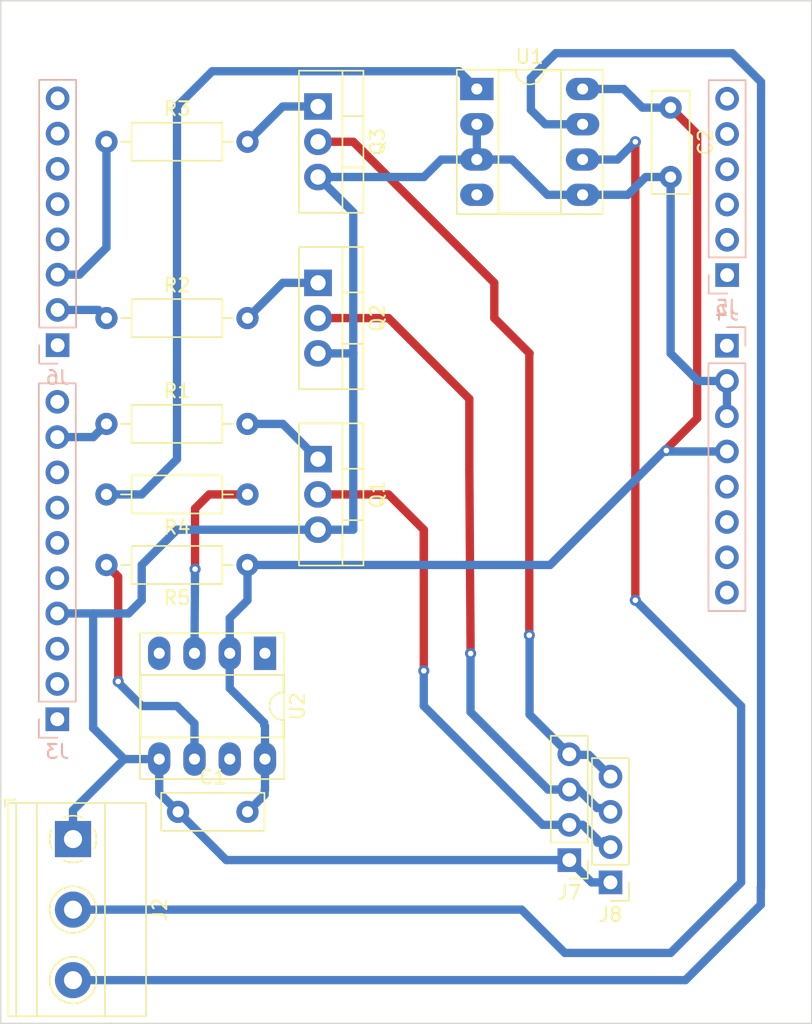
<source format=kicad_pcb>
(kicad_pcb (version 20221018) (generator pcbnew)
  (layers (0 "F.Cu" signal) (31 "B.Cu" signal) (34 "B.Paste" user) (35 "F.Paste" user) (36 "B.SilkS" user "B.Silkscreen") (37 "F.SilkS" user "F.Silkscreen") (38 "B.Mask" user) (39 "F.Mask" user) (44 "Edge.Cuts" user))
  (net 0 "")
  (net 1 "Net-(J4-Pin_4)")
  (net 3 "Net-(J2-Pin_3)")
  (net 4 "Net-(J2-Pin_1)")
  (net 5 "Net-(J2-Pin_2)")
  (net 6 "Net-(Q1-G)")
  (net 7 "Net-(Q2-G)")
  (net 8 "Net-(Q3-G)")
  (net 9 "Net-(U2-C)")
  (net 10 "Net-(U1-RO)")
  (net 21 "Net-(J3-Pin_9)")
  (net 39 "Net-(U2-VO)")
  (net 40 "Net-(J6-Pin_2)")
  (net 41 "Net-(J6-Pin_3)")
  (net 42 "Net-(J7-Pin_2)")
  (net 43 "Net-(J7-Pin_3)")
  (net 44 "Net-(J7-Pin_4)")
  (footprint "Package_TO_SOT_THT:TO-220-3_Vertical" (layer "F.Cu") (at 124.46 66.04 -90)
    (fp_text reference "Q1" (at 2.54 -4.27 90) (layer "F.SilkS"))
    (fp_text value "IRLZ44N")
    (fp_line (start -2.58 -3.27) (end -2.58 1.371) (stroke (width 0.12)) (layer "F.SilkS"))
    (fp_line (start -2.58 -3.27) (end 7.66 -3.27) (stroke (width 0.12)) (layer "F.SilkS"))
    (fp_line (start -2.58 -1.76) (end 7.66 -1.76) (stroke (width 0.12)) (layer "F.SilkS"))
    (fp_line (start -2.58 1.371) (end 7.66 1.371) (stroke (width 0.12)) (layer "F.SilkS"))
    (fp_line (start 0.69 -3.27) (end 0.69 -1.76) (stroke (width 0.12)) (layer "F.SilkS"))
    (fp_line (start 4.391 -3.27) (end 4.391 -1.76) (stroke (width 0.12)) (layer "F.SilkS"))
    (fp_line (start 7.66 -3.27) (end 7.66 1.371) (stroke (width 0.12)) (layer "F.SilkS"))
    (pad "1" thru_hole rect (at 0 0 270) (size 1.905 2) (drill 1.1) (layers "*.Cu" "*.Mask") (net 6 "Net-(Q1-G)"))
    (pad "2" thru_hole oval (at 2.54 0 270) (size 1.905 2) (drill 1.1) (layers "*.Cu" "*.Mask") (net 42 "Net-(J7-Pin_2)"))
    (pad "3" thru_hole oval (at 5.08 0 270) (size 1.905 2) (drill 1.1) (layers "*.Cu" "*.Mask") (net 4 "Net-(J2-Pin_1)"))
  )
  (footprint "Resistor_THT:R_Axial_DIN0207_L6.3mm_D2.5mm_P10.16mm_Horizontal" (layer "F.Cu") (at 119.38 73.66 180)
    (fp_text reference "R5" (at 5.08 -2.37) (layer "F.SilkS"))
    (fp_text value "4.7k")
    (fp_line (start 1.04 0) (end 1.81 0) (stroke (width 0.12)) (layer "F.SilkS"))
    (fp_line (start 1.81 -1.37) (end 1.81 1.37) (stroke (width 0.12)) (layer "F.SilkS"))
    (fp_line (start 1.81 1.37) (end 8.35 1.37) (stroke (width 0.12)) (layer "F.SilkS"))
    (fp_line (start 8.35 -1.37) (end 1.81 -1.37) (stroke (width 0.12)) (layer "F.SilkS"))
    (fp_line (start 8.35 1.37) (end 8.35 -1.37) (stroke (width 0.12)) (layer "F.SilkS"))
    (fp_line (start 9.12 0) (end 8.35 0) (stroke (width 0.12)) (layer "F.SilkS"))
    (pad "1" thru_hole circle (at 0 0 180) (size 1.6 1.6) (drill 0.8) (layers "*.Cu" "*.Mask") (net 1 "Net-(J4-Pin_4)"))
    (pad "2" thru_hole oval (at 10.16 0 180) (size 1.6 1.6) (drill 0.8) (layers "*.Cu" "*.Mask") (net 39 "Net-(U2-VO)"))
  )
  (footprint "Package_TO_SOT_THT:TO-220-3_Vertical" (layer "F.Cu") (at 124.46 53.34 -90)
    (fp_text reference "Q2" (at 2.54 -4.27 90) (layer "F.SilkS"))
    (fp_text value "IRLZ44N" hide)
    (fp_line (start -2.58 -3.27) (end -2.58 1.371) (stroke (width 0.12)) (layer "F.SilkS"))
    (fp_line (start -2.58 -3.27) (end 7.66 -3.27) (stroke (width 0.12)) (layer "F.SilkS"))
    (fp_line (start -2.58 -1.76) (end 7.66 -1.76) (stroke (width 0.12)) (layer "F.SilkS"))
    (fp_line (start -2.58 1.371) (end 7.66 1.371) (stroke (width 0.12)) (layer "F.SilkS"))
    (fp_line (start 0.69 -3.27) (end 0.69 -1.76) (stroke (width 0.12)) (layer "F.SilkS"))
    (fp_line (start 4.391 -3.27) (end 4.391 -1.76) (stroke (width 0.12)) (layer "F.SilkS"))
    (fp_line (start 7.66 -3.27) (end 7.66 1.371) (stroke (width 0.12)) (layer "F.SilkS"))
    (pad "1" thru_hole rect (at 0 0 270) (size 1.905 2) (drill 1.1) (layers "*.Cu" "*.Mask") (net 7 "Net-(Q2-G)"))
    (pad "2" thru_hole oval (at 2.54 0 270) (size 1.905 2) (drill 1.1) (layers "*.Cu" "*.Mask") (net 43 "Net-(J7-Pin_3)"))
    (pad "3" thru_hole oval (at 5.08 0 270) (size 1.905 2) (drill 1.1) (layers "*.Cu" "*.Mask") (net 4 "Net-(J2-Pin_1)"))
  )
  (footprint "Package_TO_SOT_THT:TO-220-3_Vertical" (layer "F.Cu") (at 124.46 40.64 -90)
    (fp_text reference "Q3" (at 2.54 -4.27 90) (layer "F.SilkS"))
    (fp_text value "IRLZ44N")
    (fp_line (start -2.58 -3.27) (end -2.58 1.371) (stroke (width 0.12)) (layer "F.SilkS"))
    (fp_line (start -2.58 -3.27) (end 7.66 -3.27) (stroke (width 0.12)) (layer "F.SilkS"))
    (fp_line (start -2.58 -1.76) (end 7.66 -1.76) (stroke (width 0.12)) (layer "F.SilkS"))
    (fp_line (start -2.58 1.371) (end 7.66 1.371) (stroke (width 0.12)) (layer "F.SilkS"))
    (fp_line (start 0.69 -3.27) (end 0.69 -1.76) (stroke (width 0.12)) (layer "F.SilkS"))
    (fp_line (start 4.391 -3.27) (end 4.391 -1.76) (stroke (width 0.12)) (layer "F.SilkS"))
    (fp_line (start 7.66 -3.27) (end 7.66 1.371) (stroke (width 0.12)) (layer "F.SilkS"))
    (pad "1" thru_hole rect (at 0 0 270) (size 1.905 2) (drill 1.1) (layers "*.Cu" "*.Mask") (net 8 "Net-(Q3-G)"))
    (pad "2" thru_hole oval (at 2.54 0 270) (size 1.905 2) (drill 1.1) (layers "*.Cu" "*.Mask") (net 44 "Net-(J7-Pin_4)"))
    (pad "3" thru_hole oval (at 5.08 0 270) (size 1.905 2) (drill 1.1) (layers "*.Cu" "*.Mask") (net 4 "Net-(J2-Pin_1)"))
  )
  (footprint "Resistor_THT:R_Axial_DIN0207_L6.3mm_D2.5mm_P10.16mm_Horizontal" (layer "F.Cu") (at 109.22 55.88)
    (fp_text reference "R2" (at 5.08 -2.37) (layer "F.SilkS"))
    (fp_text value "1k")
    (fp_line (start 1.04 0) (end 1.81 0) (stroke (width 0.12)) (layer "F.SilkS"))
    (fp_line (start 1.81 -1.37) (end 1.81 1.37) (stroke (width 0.12)) (layer "F.SilkS"))
    (fp_line (start 1.81 1.37) (end 8.35 1.37) (stroke (width 0.12)) (layer "F.SilkS"))
    (fp_line (start 8.35 -1.37) (end 1.81 -1.37) (stroke (width 0.12)) (layer "F.SilkS"))
    (fp_line (start 8.35 1.37) (end 8.35 -1.37) (stroke (width 0.12)) (layer "F.SilkS"))
    (fp_line (start 9.12 0) (end 8.35 0) (stroke (width 0.12)) (layer "F.SilkS"))
    (pad "1" thru_hole circle (at 0 0) (size 1.6 1.6) (drill 0.8) (layers "*.Cu" "*.Mask") (net 40 "Net-(J6-Pin_2)"))
    (pad "2" thru_hole oval (at 10.16 0) (size 1.6 1.6) (drill 0.8) (layers "*.Cu" "*.Mask") (net 7 "Net-(Q2-G)"))
  )
  (footprint "Package_DIP:DIP-8_W7.62mm_Socket_LongPads" (layer "F.Cu") (at 135.9 39.38)
    (fp_text reference "U1" (at 3.81 -2.33) (layer "F.SilkS"))
    (fp_text value "MAX481E")
    (fp_line (start -1.44 -1.39) (end -1.44 9.01) (stroke (width 0.12)) (layer "F.SilkS"))
    (fp_line (start -1.44 9.01) (end 9.06 9.01) (stroke (width 0.12)) (layer "F.SilkS"))
    (fp_line (start 1.56 -1.33) (end 1.56 8.95) (stroke (width 0.12)) (layer "F.SilkS"))
    (fp_line (start 1.56 8.95) (end 6.06 8.95) (stroke (width 0.12)) (layer "F.SilkS"))
    (fp_line (start 2.81 -1.33) (end 1.56 -1.33) (stroke (width 0.12)) (layer "F.SilkS"))
    (fp_line (start 6.06 -1.33) (end 4.81 -1.33) (stroke (width 0.12)) (layer "F.SilkS"))
    (fp_line (start 6.06 8.95) (end 6.06 -1.33) (stroke (width 0.12)) (layer "F.SilkS"))
    (fp_line (start 9.06 -1.39) (end -1.44 -1.39) (stroke (width 0.12)) (layer "F.SilkS"))
    (fp_line (start 9.06 9.01) (end 9.06 -1.39) (stroke (width 0.12)) (layer "F.SilkS"))
    (fp_arc (start 4.81 -1.33) (mid 3.81 -0.33) (end 2.81 -1.33) (stroke (width 0.12)) (layer "F.SilkS"))
    (pad "1" thru_hole rect (at 0 0) (size 2.4 1.6) (drill 0.8) (layers "*.Cu" "*.Mask") (net 10 "Net-(U1-RO)"))
    (pad "2" thru_hole oval (at 0 2.54) (size 2.4 1.6) (drill 0.8) (layers "*.Cu" "*.Mask") (net 4 "Net-(J2-Pin_1)"))
    (pad "3" thru_hole oval (at 0 5.08) (size 2.4 1.6) (drill 0.8) (layers "*.Cu" "*.Mask") (net 4 "Net-(J2-Pin_1)"))
    (pad "4" thru_hole oval (at 0 7.62) (size 2.4 1.6) (drill 0.8) (layers "*.Cu" "*.Mask"))
    (pad "5" thru_hole oval (at 7.62 7.62) (size 2.4 1.6) (drill 0.8) (layers "*.Cu" "*.Mask") (net 4 "Net-(J2-Pin_1)"))
    (pad "6" thru_hole oval (at 7.62 5.08) (size 2.4 1.6) (drill 0.8) (layers "*.Cu" "*.Mask") (net 5 "Net-(J2-Pin_2)"))
    (pad "7" thru_hole oval (at 7.62 2.54) (size 2.4 1.6) (drill 0.8) (layers "*.Cu" "*.Mask") (net 3 "Net-(J2-Pin_3)"))
    (pad "8" thru_hole oval (at 7.62 0) (size 2.4 1.6) (drill 0.8) (layers "*.Cu" "*.Mask") (net 1 "Net-(J4-Pin_4)"))
  )
  (footprint "Resistor_THT:R_Axial_DIN0207_L6.3mm_D2.5mm_P10.16mm_Horizontal" (layer "F.Cu") (at 109.22 43.18)
    (fp_text reference "R3" (at 5.08 -2.37) (layer "F.SilkS"))
    (fp_text value "1k")
    (fp_line (start 1.04 0) (end 1.81 0) (stroke (width 0.12)) (layer "F.SilkS"))
    (fp_line (start 1.81 -1.37) (end 1.81 1.37) (stroke (width 0.12)) (layer "F.SilkS"))
    (fp_line (start 1.81 1.37) (end 8.35 1.37) (stroke (width 0.12)) (layer "F.SilkS"))
    (fp_line (start 8.35 -1.37) (end 1.81 -1.37) (stroke (width 0.12)) (layer "F.SilkS"))
    (fp_line (start 8.35 1.37) (end 8.35 -1.37) (stroke (width 0.12)) (layer "F.SilkS"))
    (fp_line (start 9.12 0) (end 8.35 0) (stroke (width 0.12)) (layer "F.SilkS"))
    (pad "1" thru_hole circle (at 0 0) (size 1.6 1.6) (drill 0.8) (layers "*.Cu" "*.Mask") (net 41 "Net-(J6-Pin_3)"))
    (pad "2" thru_hole oval (at 10.16 0) (size 1.6 1.6) (drill 0.8) (layers "*.Cu" "*.Mask") (net 8 "Net-(Q3-G)"))
  )
  (footprint "Capacitor_THT:C_Rect_L7.2mm_W2.5mm_P5.00mm_FKS2_FKP2_MKS2_MKP2" (layer "F.Cu") (at 149.86 40.72 -90)
    (fp_text reference "C2" (at 2.5 -2.5 90) (layer "F.SilkS"))
    (fp_text value "100n")
    (fp_line (start -1.22 -1.37) (end -1.22 1.37) (stroke (width 0.12)) (layer "F.SilkS"))
    (fp_line (start -1.22 -1.37) (end 6.22 -1.37) (stroke (width 0.12)) (layer "F.SilkS"))
    (fp_line (start -1.22 1.37) (end 6.22 1.37) (stroke (width 0.12)) (layer "F.SilkS"))
    (fp_line (start 6.22 -1.37) (end 6.22 1.37) (stroke (width 0.12)) (layer "F.SilkS"))
    (pad "1" thru_hole circle (at 0 0 270) (size 1.6 1.6) (drill 0.8) (layers "*.Cu" "*.Mask") (net 1 "Net-(J4-Pin_4)"))
    (pad "2" thru_hole circle (at 5 0 270) (size 1.6 1.6) (drill 0.8) (layers "*.Cu" "*.Mask") (net 4 "Net-(J2-Pin_1)"))
  )
  (footprint "Resistor_THT:R_Axial_DIN0207_L6.3mm_D2.5mm_P10.16mm_Horizontal" (layer "F.Cu") (at 109.22 63.5)
    (fp_text reference "R1" (at 5.08 -2.37) (layer "F.SilkS"))
    (fp_text value "1k")
    (fp_line (start 1.04 0) (end 1.81 0) (stroke (width 0.12)) (layer "F.SilkS"))
    (fp_line (start 1.81 -1.37) (end 1.81 1.37) (stroke (width 0.12)) (layer "F.SilkS"))
    (fp_line (start 1.81 1.37) (end 8.35 1.37) (stroke (width 0.12)) (layer "F.SilkS"))
    (fp_line (start 8.35 -1.37) (end 1.81 -1.37) (stroke (width 0.12)) (layer "F.SilkS"))
    (fp_line (start 8.35 1.37) (end 8.35 -1.37) (stroke (width 0.12)) (layer "F.SilkS"))
    (fp_line (start 9.12 0) (end 8.35 0) (stroke (width 0.12)) (layer "F.SilkS"))
    (pad "1" thru_hole circle (at 0 0) (size 1.6 1.6) (drill 0.8) (layers "*.Cu" "*.Mask") (net 21 "Net-(J3-Pin_9)"))
    (pad "2" thru_hole oval (at 10.16 0) (size 1.6 1.6) (drill 0.8) (layers "*.Cu" "*.Mask") (net 6 "Net-(Q1-G)"))
  )
  (footprint "Connector_PinHeader_2.54mm:PinHeader_1x04_P2.54mm_Vertical" (layer "F.Cu") (at 145.528136 96.52 180)
    (fp_text reference "J8" (at 0 -2.33 180) (layer "F.SilkS"))
    (fp_text value "Conn_01x04" hide)
    (fp_line (start -1.33 -1.33) (end 0 -1.33) (stroke (width 0.12)) (layer "F.SilkS"))
    (fp_line (start -1.33 0) (end -1.33 -1.33) (stroke (width 0.12)) (layer "F.SilkS"))
    (fp_line (start -1.33 1.27) (end -1.33 8.95) (stroke (width 0.12)) (layer "F.SilkS"))
    (fp_line (start -1.33 1.27) (end 1.33 1.27) (stroke (width 0.12)) (layer "F.SilkS"))
    (fp_line (start -1.33 8.95) (end 1.33 8.95) (stroke (width 0.12)) (layer "F.SilkS"))
    (fp_line (start 1.33 1.27) (end 1.33 8.95) (stroke (width 0.12)) (layer "F.SilkS"))
    (pad "1" thru_hole rect (at 0 0 180) (size 1.7 1.7) (drill 1) (layers "*.Cu" "*.Mask") (net 4 "Net-(J2-Pin_1)"))
    (pad "2" thru_hole oval (at 0 2.54 180) (size 1.7 1.7) (drill 1) (layers "*.Cu" "*.Mask") (net 42 "Net-(J7-Pin_2)"))
    (pad "3" thru_hole oval (at 0 5.08 180) (size 1.7 1.7) (drill 1) (layers "*.Cu" "*.Mask") (net 43 "Net-(J7-Pin_3)"))
    (pad "4" thru_hole oval (at 0 7.62 180) (size 1.7 1.7) (drill 1) (layers "*.Cu" "*.Mask") (net 44 "Net-(J7-Pin_4)"))
  )
  (footprint "Connector_PinHeader_2.54mm:PinHeader_1x04_P2.54mm_Vertical" (layer "F.Cu") (at 142.563448 94.914128 180)
    (fp_text reference "J7" (at 0 -2.33 180) (layer "F.SilkS"))
    (fp_text value "Conn_01x04" hide)
    (fp_line (start -1.33 -1.33) (end 0 -1.33) (stroke (width 0.12)) (layer "F.SilkS"))
    (fp_line (start -1.33 0) (end -1.33 -1.33) (stroke (width 0.12)) (layer "F.SilkS"))
    (fp_line (start -1.33 1.27) (end -1.33 8.95) (stroke (width 0.12)) (layer "F.SilkS"))
    (fp_line (start -1.33 1.27) (end 1.33 1.27) (stroke (width 0.12)) (layer "F.SilkS"))
    (fp_line (start -1.33 8.95) (end 1.33 8.95) (stroke (width 0.12)) (layer "F.SilkS"))
    (fp_line (start 1.33 1.27) (end 1.33 8.95) (stroke (width 0.12)) (layer "F.SilkS"))
    (pad "1" thru_hole rect (at 0 0 180) (size 1.7 1.7) (drill 1) (layers "*.Cu" "*.Mask") (net 4 "Net-(J2-Pin_1)"))
    (pad "2" thru_hole oval (at 0 2.54 180) (size 1.7 1.7) (drill 1) (layers "*.Cu" "*.Mask") (net 42 "Net-(J7-Pin_2)"))
    (pad "3" thru_hole oval (at 0 5.08 180) (size 1.7 1.7) (drill 1) (layers "*.Cu" "*.Mask") (net 43 "Net-(J7-Pin_3)"))
    (pad "4" thru_hole oval (at 0 7.62 180) (size 1.7 1.7) (drill 1) (layers "*.Cu" "*.Mask") (net 44 "Net-(J7-Pin_4)"))
  )
  (footprint "Capacitor_THT:C_Rect_L7.2mm_W2.5mm_P5.00mm_FKS2_FKP2_MKS2_MKP2" (layer "F.Cu") (at 114.38 91.44)
    (fp_text reference "C1" (at 2.5 -2.5) (layer "F.SilkS"))
    (fp_text value "100n")
    (fp_line (start -1.22 -1.37) (end -1.22 1.37) (stroke (width 0.12)) (layer "F.SilkS"))
    (fp_line (start -1.22 -1.37) (end 6.22 -1.37) (stroke (width 0.12)) (layer "F.SilkS"))
    (fp_line (start -1.22 1.37) (end 6.22 1.37) (stroke (width 0.12)) (layer "F.SilkS"))
    (fp_line (start 6.22 -1.37) (end 6.22 1.37) (stroke (width 0.12)) (layer "F.SilkS"))
    (pad "1" thru_hole circle (at 0 0) (size 1.6 1.6) (drill 0.8) (layers "*.Cu" "*.Mask") (net 4 "Net-(J2-Pin_1)"))
    (pad "2" thru_hole circle (at 5 0) (size 1.6 1.6) (drill 0.8) (layers "*.Cu" "*.Mask") (net 1 "Net-(J4-Pin_4)"))
  )
  (footprint "Package_DIP:DIP-8_W7.62mm_Socket_LongPads" (layer "F.Cu") (at 120.64 80.02 -90)
    (fp_text reference "U2" (at 3.81 -2.33 90) (layer "F.SilkS"))
    (fp_text value "6N137")
    (fp_line (start -1.44 -1.39) (end -1.44 9.01) (stroke (width 0.12)) (layer "F.SilkS"))
    (fp_line (start -1.44 9.01) (end 9.06 9.01) (stroke (width 0.12)) (layer "F.SilkS"))
    (fp_line (start 1.56 -1.33) (end 1.56 8.95) (stroke (width 0.12)) (layer "F.SilkS"))
    (fp_line (start 1.56 8.95) (end 6.06 8.95) (stroke (width 0.12)) (layer "F.SilkS"))
    (fp_line (start 2.81 -1.33) (end 1.56 -1.33) (stroke (width 0.12)) (layer "F.SilkS"))
    (fp_line (start 6.06 -1.33) (end 4.81 -1.33) (stroke (width 0.12)) (layer "F.SilkS"))
    (fp_line (start 6.06 8.95) (end 6.06 -1.33) (stroke (width 0.12)) (layer "F.SilkS"))
    (fp_line (start 9.06 -1.39) (end -1.44 -1.39) (stroke (width 0.12)) (layer "F.SilkS"))
    (fp_line (start 9.06 9.01) (end 9.06 -1.39) (stroke (width 0.12)) (layer "F.SilkS"))
    (fp_arc (start 4.81 -1.33) (mid 3.81 -0.33) (end 2.81 -1.33) (stroke (width 0.12)) (layer "F.SilkS"))
    (pad "1" thru_hole rect (at 0 0 270) (size 2.4 1.6) (drill 0.8) (layers "*.Cu" "*.Mask"))
    (pad "2" thru_hole oval (at 0 2.54 270) (size 2.4 1.6) (drill 0.8) (layers "*.Cu" "*.Mask") (net 1 "Net-(J4-Pin_4)"))
    (pad "3" thru_hole oval (at 0 5.08 270) (size 2.4 1.6) (drill 0.8) (layers "*.Cu" "*.Mask") (net 9 "Net-(U2-C)"))
    (pad "4" thru_hole oval (at 0 7.62 270) (size 2.4 1.6) (drill 0.8) (layers "*.Cu" "*.Mask"))
    (pad "5" thru_hole oval (at 7.62 7.62 270) (size 2.4 1.6) (drill 0.8) (layers "*.Cu" "*.Mask") (net 4 "Net-(J2-Pin_1)"))
    (pad "6" thru_hole oval (at 7.62 5.08 270) (size 2.4 1.6) (drill 0.8) (layers "*.Cu" "*.Mask") (net 39 "Net-(U2-VO)"))
    (pad "7" thru_hole oval (at 7.62 2.54 270) (size 2.4 1.6) (drill 0.8) (layers "*.Cu" "*.Mask"))
    (pad "8" thru_hole oval (at 7.62 0 270) (size 2.4 1.6) (drill 0.8) (layers "*.Cu" "*.Mask") (net 1 "Net-(J4-Pin_4)"))
  )
  (footprint "TerminalBlock_Phoenix:TerminalBlock_Phoenix_MKDS-1,5-3-5.08_1x03_P5.08mm_Horizontal" (layer "F.Cu") (at 106.810143 93.400784 -90)
    (fp_text reference "J2" (at 5.08 -6.26 90) (layer "F.SilkS"))
    (fp_text value "Screw_Terminal_01x03" hide)
    (fp_line (start -2.84 4.16) (end -2.84 4.9) (stroke (width 0.12)) (layer "F.SilkS"))
    (fp_line (start -2.84 4.9) (end -2.34 4.9) (stroke (width 0.12)) (layer "F.SilkS"))
    (fp_line (start -2.6 -5.261) (end -2.6 4.66) (stroke (width 0.12)) (layer "F.SilkS"))
    (fp_line (start -2.6 -5.261) (end 12.76 -5.261) (stroke (width 0.12)) (layer "F.SilkS"))
    (fp_line (start -2.6 -2.301) (end 12.76 -2.301) (stroke (width 0.12)) (layer "F.SilkS"))
    (fp_line (start -2.6 2.6) (end 12.76 2.6) (stroke (width 0.12)) (layer "F.SilkS"))
    (fp_line (start -2.6 4.1) (end 12.76 4.1) (stroke (width 0.12)) (layer "F.SilkS"))
    (fp_line (start -2.6 4.66) (end 12.76 4.66) (stroke (width 0.12)) (layer "F.SilkS"))
    (fp_line (start 3.853 1.023) (end 3.806 1.069) (stroke (width 0.12)) (layer "F.SilkS"))
    (fp_line (start 4.046 1.239) (end 4.011 1.274) (stroke (width 0.12)) (layer "F.SilkS"))
    (fp_line (start 6.15 -1.275) (end 6.115 -1.239) (stroke (width 0.12)) (layer "F.SilkS"))
    (fp_line (start 6.355 -1.069) (end 6.308 -1.023) (stroke (width 0.12)) (layer "F.SilkS"))
    (fp_line (start 8.933 1.023) (end 8.886 1.069) (stroke (width 0.12)) (layer "F.SilkS"))
    (fp_line (start 9.126 1.239) (end 9.091 1.274) (stroke (width 0.12)) (layer "F.SilkS"))
    (fp_line (start 11.23 -1.275) (end 11.195 -1.239) (stroke (width 0.12)) (layer "F.SilkS"))
    (fp_line (start 11.435 -1.069) (end 11.388 -1.023) (stroke (width 0.12)) (layer "F.SilkS"))
    (fp_line (start 12.76 -5.261) (end 12.76 4.66) (stroke (width 0.12)) (layer "F.SilkS"))
    (fp_arc (start -1.535427 0.683042) (mid -1.680501 -0.000524) (end -1.535 -0.684) (stroke (width 0.12)) (layer "F.SilkS"))
    (fp_arc (start -0.683042 -1.535427) (mid 0.000524 -1.680501) (end 0.684 -1.535) (stroke (width 0.12)) (layer "F.SilkS"))
    (fp_arc (start 0.028805 1.680253) (mid -0.335551 1.646659) (end -0.684 1.535) (stroke (width 0.12)) (layer "F.SilkS"))
    (fp_arc (start 0.683318 1.534756) (mid 0.349292 1.643288) (end 0 1.68) (stroke (width 0.12)) (layer "F.SilkS"))
    (fp_arc (start 1.535427 -0.683042) (mid 1.680501 0.000524) (end 1.535 0.684) (stroke (width 0.12)) (layer "F.SilkS"))
    (fp_circle (center 5.08 0) (end 6.76 0) (stroke (width 0.12)) (fill none) (layer "F.SilkS"))
    (fp_circle (center 10.16 0) (end 11.84 0) (stroke (width 0.12)) (fill none) (layer "F.SilkS"))
    (pad "1" thru_hole rect (at 0 0 270) (size 2.6 2.6) (drill 1.3) (layers "*.Cu" "*.Mask") (net 4 "Net-(J2-Pin_1)"))
    (pad "2" thru_hole circle (at 5.08 0 270) (size 2.6 2.6) (drill 1.3) (layers "*.Cu" "*.Mask") (net 5 "Net-(J2-Pin_2)"))
    (pad "3" thru_hole circle (at 10.16 0 270) (size 2.6 2.6) (drill 1.3) (layers "*.Cu" "*.Mask") (net 3 "Net-(J2-Pin_3)"))
  )
  (footprint "Resistor_THT:R_Axial_DIN0207_L6.3mm_D2.5mm_P10.16mm_Horizontal" (layer "F.Cu") (at 119.38 68.58 180)
    (fp_text reference "R4" (at 5.08 -2.37) (layer "F.SilkS"))
    (fp_text value "470")
    (fp_line (start 1.04 0) (end 1.81 0) (stroke (width 0.12)) (layer "F.SilkS"))
    (fp_line (start 1.81 -1.37) (end 1.81 1.37) (stroke (width 0.12)) (layer "F.SilkS"))
    (fp_line (start 1.81 1.37) (end 8.35 1.37) (stroke (width 0.12)) (layer "F.SilkS"))
    (fp_line (start 8.35 -1.37) (end 1.81 -1.37) (stroke (width 0.12)) (layer "F.SilkS"))
    (fp_line (start 8.35 1.37) (end 8.35 -1.37) (stroke (width 0.12)) (layer "F.SilkS"))
    (fp_line (start 9.12 0) (end 8.35 0) (stroke (width 0.12)) (layer "F.SilkS"))
    (pad "1" thru_hole circle (at 0 0 180) (size 1.6 1.6) (drill 0.8) (layers "*.Cu" "*.Mask") (net 9 "Net-(U2-C)"))
    (pad "2" thru_hole oval (at 10.16 0 180) (size 1.6 1.6) (drill 0.8) (layers "*.Cu" "*.Mask") (net 10 "Net-(U1-RO)"))
  )
  (footprint "Connector_PinHeader_2.54mm:PinHeader_1x08_P2.54mm_Vertical" (layer "B.Cu") (at 153.917062 57.865575 180)
    (fp_text reference "J4" (at 0 2.33) (layer "B.SilkS") (effects (justify mirror)))
    (fp_text value "Conn_01x08_Pin" hide)
    (fp_line (start -1.33 -19.11) (end 1.33 -19.11) (stroke (width 0.12)) (layer "B.SilkS"))
    (fp_line (start -1.33 -1.27) (end -1.33 -19.11) (stroke (width 0.12)) (layer "B.SilkS"))
    (fp_line (start -1.33 -1.27) (end 1.33 -1.27) (stroke (width 0.12)) (layer "B.SilkS"))
    (fp_line (start -1.33 0) (end -1.33 1.33) (stroke (width 0.12)) (layer "B.SilkS"))
    (fp_line (start -1.33 1.33) (end 0 1.33) (stroke (width 0.12)) (layer "B.SilkS"))
    (fp_line (start 1.33 -1.27) (end 1.33 -19.11) (stroke (width 0.12)) (layer "B.SilkS"))
    (pad "1" thru_hole rect (at 0 0 180) (size 1.7 1.7) (drill 1) (layers "*.Cu" "*.Mask"))
    (pad "2" thru_hole oval (at 0 -2.54 180) (size 1.7 1.7) (drill 1) (layers "*.Cu" "*.Mask") (net 4 "Net-(J2-Pin_1)"))
    (pad "3" thru_hole oval (at 0 -5.08 180) (size 1.7 1.7) (drill 1) (layers "*.Cu" "*.Mask") (net 4 "Net-(J2-Pin_1)"))
    (pad "4" thru_hole oval (at 0 -7.62 180) (size 1.7 1.7) (drill 1) (layers "*.Cu" "*.Mask") (net 1 "Net-(J4-Pin_4)"))
    (pad "5" thru_hole oval (at 0 -10.16 180) (size 1.7 1.7) (drill 1) (layers "*.Cu" "*.Mask"))
    (pad "6" thru_hole oval (at 0 -12.7 180) (size 1.7 1.7) (drill 1) (layers "*.Cu" "*.Mask"))
    (pad "7" thru_hole oval (at 0 -15.24 180) (size 1.7 1.7) (drill 1) (layers "*.Cu" "*.Mask"))
    (pad "8" thru_hole oval (at 0 -17.78 180) (size 1.7 1.7) (drill 1) (layers "*.Cu" "*.Mask"))
  )
  (footprint "Connector_PinHeader_2.54mm:PinHeader_1x06_P2.54mm_Vertical" (layer "B.Cu") (at 153.932471 52.780058)
    (fp_text reference "J5" (at 0 2.33) (layer "B.SilkS") (effects (justify mirror)))
    (fp_text value "Conn_01x06_Pin" hide)
    (fp_line (start -1.33 -14.03) (end 1.33 -14.03) (stroke (width 0.12)) (layer "B.SilkS"))
    (fp_line (start -1.33 -1.27) (end -1.33 -14.03) (stroke (width 0.12)) (layer "B.SilkS"))
    (fp_line (start -1.33 -1.27) (end 1.33 -1.27) (stroke (width 0.12)) (layer "B.SilkS"))
    (fp_line (start -1.33 0) (end -1.33 1.33) (stroke (width 0.12)) (layer "B.SilkS"))
    (fp_line (start -1.33 1.33) (end 0 1.33) (stroke (width 0.12)) (layer "B.SilkS"))
    (fp_line (start 1.33 -1.27) (end 1.33 -14.03) (stroke (width 0.12)) (layer "B.SilkS"))
    (pad "1" thru_hole rect (at 0 0) (size 1.7 1.7) (drill 1) (layers "*.Cu" "*.Mask"))
    (pad "2" thru_hole oval (at 0 -2.54) (size 1.7 1.7) (drill 1) (layers "*.Cu" "*.Mask"))
    (pad "3" thru_hole oval (at 0 -5.08) (size 1.7 1.7) (drill 1) (layers "*.Cu" "*.Mask"))
    (pad "4" thru_hole oval (at 0 -7.62) (size 1.7 1.7) (drill 1) (layers "*.Cu" "*.Mask"))
    (pad "5" thru_hole oval (at 0 -10.16) (size 1.7 1.7) (drill 1) (layers "*.Cu" "*.Mask"))
    (pad "6" thru_hole oval (at 0 -12.7) (size 1.7 1.7) (drill 1) (layers "*.Cu" "*.Mask"))
  )
  (footprint "Connector_PinHeader_2.54mm:PinHeader_1x10_P2.54mm_Vertical" (layer "B.Cu") (at 105.678545 84.77009)
    (fp_text reference "J3" (at 0 2.33) (layer "B.SilkS") (effects (justify mirror)))
    (fp_text value "Conn_01x10_Pin" hide)
    (fp_line (start -1.33 -24.19) (end 1.33 -24.19) (stroke (width 0.12)) (layer "B.SilkS"))
    (fp_line (start -1.33 -1.27) (end -1.33 -24.19) (stroke (width 0.12)) (layer "B.SilkS"))
    (fp_line (start -1.33 -1.27) (end 1.33 -1.27) (stroke (width 0.12)) (layer "B.SilkS"))
    (fp_line (start -1.33 0) (end -1.33 1.33) (stroke (width 0.12)) (layer "B.SilkS"))
    (fp_line (start -1.33 1.33) (end 0 1.33) (stroke (width 0.12)) (layer "B.SilkS"))
    (fp_line (start 1.33 -1.27) (end 1.33 -24.19) (stroke (width 0.12)) (layer "B.SilkS"))
    (pad "1" thru_hole rect (at 0 0) (size 1.7 1.7) (drill 1) (layers "*.Cu" "*.Mask"))
    (pad "2" thru_hole oval (at 0 -2.54) (size 1.7 1.7) (drill 1) (layers "*.Cu" "*.Mask"))
    (pad "3" thru_hole oval (at 0 -5.08) (size 1.7 1.7) (drill 1) (layers "*.Cu" "*.Mask"))
    (pad "4" thru_hole oval (at 0 -7.62) (size 1.7 1.7) (drill 1) (layers "*.Cu" "*.Mask") (net 4 "Net-(J2-Pin_1)"))
    (pad "5" thru_hole oval (at 0 -10.16) (size 1.7 1.7) (drill 1) (layers "*.Cu" "*.Mask"))
    (pad "6" thru_hole oval (at 0 -12.7) (size 1.7 1.7) (drill 1) (layers "*.Cu" "*.Mask"))
    (pad "7" thru_hole oval (at 0 -15.24) (size 1.7 1.7) (drill 1) (layers "*.Cu" "*.Mask"))
    (pad "8" thru_hole oval (at 0 -17.78) (size 1.7 1.7) (drill 1) (layers "*.Cu" "*.Mask"))
    (pad "9" thru_hole oval (at 0 -20.32) (size 1.7 1.7) (drill 1) (layers "*.Cu" "*.Mask") (net 21 "Net-(J3-Pin_9)"))
    (pad "10" thru_hole oval (at 0 -22.86) (size 1.7 1.7) (drill 1) (layers "*.Cu" "*.Mask"))
  )
  (footprint "Connector_PinHeader_2.54mm:PinHeader_1x08_P2.54mm_Vertical" (layer "B.Cu") (at 105.701942 57.830587)
    (fp_text reference "J6" (at 0 2.33) (layer "B.SilkS") (effects (justify mirror)))
    (fp_text value "Conn_01x08_Pin" hide)
    (fp_line (start -1.33 -19.11) (end 1.33 -19.11) (stroke (width 0.12)) (layer "B.SilkS"))
    (fp_line (start -1.33 -1.27) (end -1.33 -19.11) (stroke (width 0.12)) (layer "B.SilkS"))
    (fp_line (start -1.33 -1.27) (end 1.33 -1.27) (stroke (width 0.12)) (layer "B.SilkS"))
    (fp_line (start -1.33 0) (end -1.33 1.33) (stroke (width 0.12)) (layer "B.SilkS"))
    (fp_line (start -1.33 1.33) (end 0 1.33) (stroke (width 0.12)) (layer "B.SilkS"))
    (fp_line (start 1.33 -1.27) (end 1.33 -19.11) (stroke (width 0.12)) (layer "B.SilkS"))
    (pad "1" thru_hole rect (at 0 0) (size 1.7 1.7) (drill 1) (layers "*.Cu" "*.Mask"))
    (pad "2" thru_hole oval (at 0 -2.54) (size 1.7 1.7) (drill 1) (layers "*.Cu" "*.Mask") (net 40 "Net-(J6-Pin_2)"))
    (pad "3" thru_hole oval (at 0 -5.08) (size 1.7 1.7) (drill 1) (layers "*.Cu" "*.Mask") (net 41 "Net-(J6-Pin_3)"))
    (pad "4" thru_hole oval (at 0 -7.62) (size 1.7 1.7) (drill 1) (layers "*.Cu" "*.Mask"))
    (pad "5" thru_hole oval (at 0 -10.16) (size 1.7 1.7) (drill 1) (layers "*.Cu" "*.Mask"))
    (pad "6" thru_hole oval (at 0 -12.7) (size 1.7 1.7) (drill 1) (layers "*.Cu" "*.Mask"))
    (pad "7" thru_hole oval (at 0 -15.24) (size 1.7 1.7) (drill 1) (layers "*.Cu" "*.Mask"))
    (pad "8" thru_hole oval (at 0 -17.78) (size 1.7 1.7) (drill 1) (layers "*.Cu" "*.Mask"))
  )
  (gr_rect (start 101.6 33.02) (end 160.02 106.68) (stroke (width 0.1)) (fill none) (layer "Edge.Cuts"))
  (segment (start 151.774279 42.634279) (end 151.774279 63.099179) (width 0.6) (layer "F.Cu") (net 1))
  (segment (start 151.774279 42.634279) (end 149.86 40.72) (width 0.6) (layer "F.Cu") (net 1))
  (segment (start 151.774279 63.099179) (end 149.58206 65.291398) (width 0.6) (layer "F.Cu") (net 1))
  (via (at 149.551178 65.414927) (size 0.8) (drill 0.4) (layers "F.Cu" "B.Cu") (net 1))
  (segment (start 120.583938 85.023938) (end 120.583938 85.21829) (width 0.6) (layer "B.Cu") (net 1))
  (segment (start 149.621826 65.485575) (end 149.551178 65.414927) (width 0.6) (layer "B.Cu") (net 1))
  (segment (start 118.1 77.48) (end 118.1 80.02) (width 0.6) (layer "B.Cu") (net 1))
  (segment (start 146.48492 39.38) (end 143.52 39.38) (width 0.6) (layer "B.Cu") (net 1))
  (segment (start 120.583938 85.21829) (end 120.64 85.274352) (width 0.6) (layer "B.Cu") (net 1))
  (segment (start 120.64 85.274352) (end 120.64 87.64) (width 0.6) (layer "B.Cu") (net 1))
  (segment (start 149.48053 65.485575) (end 149.452605 65.485575) (width 0.6) (layer "B.Cu") (net 1))
  (segment (start 119.38 76.2) (end 118.1 77.48) (width 0.6) (layer "B.Cu") (net 1))
  (segment (start 118.1 80.02) (end 118.1 82.54) (width 0.6) (layer "B.Cu") (net 1))
  (segment (start 153.917062 65.485575) (end 149.621826 65.485575) (width 0.6) (layer "B.Cu") (net 1))
  (segment (start 147.82492 40.72) (end 146.48492 39.38) (width 0.6) (layer "B.Cu") (net 1))
  (segment (start 120.614821 89.881498) (end 120.64 89.856319) (width 0.6) (layer "B.Cu") (net 1))
  (segment (start 119.38 73.66) (end 119.38 76.2) (width 0.6) (layer "B.Cu") (net 1))
  (segment (start 119.38 73.66) (end 141.17801 73.66) (width 0.6) (layer "B.Cu") (net 1))
  (segment (start 141.17801 73.66) (end 149.40252 65.43549) (width 0.6) (layer "B.Cu") (net 1))
  (segment (start 119.38 91.44) (end 120.614821 90.205179) (width 0.6) (layer "B.Cu") (net 1))
  (segment (start 149.551178 65.414927) (end 149.48053 65.485575) (width 0.6) (layer "B.Cu") (net 1))
  (segment (start 149.86 40.72) (end 147.82492 40.72) (width 0.6) (layer "B.Cu") (net 1))
  (segment (start 118.1 82.54) (end 120.583938 85.023938) (width 0.6) (layer "B.Cu") (net 1))
  (segment (start 149.452605 65.485575) (end 149.40252 65.43549) (width 0.6) (layer "B.Cu") (net 1))
  (segment (start 120.614821 90.205179) (end 120.614821 89.881498) (width 0.6) (layer "B.Cu") (net 1))
  (segment (start 120.64 89.856319) (end 120.64 87.64) (width 0.6) (layer "B.Cu") (net 1))
  (segment (start 139.793112 38.593415) (end 139.793112 40.878696) (width 0.6) (layer "B.Cu") (net 3))
  (segment (start 156.358295 98.127574) (end 150.925085 103.560784) (width 0.6) (layer "B.Cu") (net 3))
  (segment (start 156.376835 96.892753) (end 156.376835 38.871356) (width 0.6) (layer "B.Cu") (net 3))
  (segment (start 156.358295 96.892753) (end 156.358295 98.127574) (width 0.6) (layer "B.Cu") (net 3))
  (segment (start 140.834416 41.92) (end 143.52 41.92) (width 0.6) (layer "B.Cu") (net 3))
  (segment (start 106.810143 103.560784) (end 150.925085 103.560784) (width 0.6) (layer "B.Cu") (net 3))
  (segment (start 156.376835 38.871356) (end 154.307729 36.80225) (width 0.6) (layer "B.Cu") (net 3))
  (segment (start 156.358295 96.892753) (end 156.376835 96.892753) (width 0.6) (layer "B.Cu") (net 3))
  (segment (start 141.584277 36.80225) (end 139.793112 38.593415) (width 0.6) (layer "B.Cu") (net 3))
  (segment (start 154.307729 36.80225) (end 141.584277 36.80225) (width 0.6) (layer "B.Cu") (net 3))
  (segment (start 139.793112 40.878696) (end 140.834416 41.92) (width 0.6) (layer "B.Cu") (net 3))
  (segment (start 110.5 87.64) (end 113.02 87.64) (width 0.6) (layer "B.Cu") (net 4))
  (segment (start 149.86 58.42) (end 149.86 45.72) (width 0.6) (layer "B.Cu") (net 4))
  (segment (start 111.76 73.66) (end 111.76 76.2) (width 0.6) (layer "B.Cu") (net 4))
  (segment (start 140.98 47) (end 143.52 47) (width 0.6) (layer "B.Cu") (net 4))
  (segment (start 135.9 44.46) (end 135.9 41.92) (width 0.6) (layer "B.Cu") (net 4))
  (segment (start 114.295 91.525) (end 114.38 91.44) (width 0.6) (layer "B.Cu") (net 4))
  (segment (start 127 58.42) (end 124.46 58.42) (width 0.6) (layer "B.Cu") (net 4))
  (segment (start 124.46 45.72) (end 132.08 45.72) (width 0.6) (layer "B.Cu") (net 4))
  (segment (start 145.528136 96.52) (end 144.16932 96.52) (width 0.6) (layer "B.Cu") (net 4))
  (segment (start 133.34 44.46) (end 135.9 44.46) (width 0.6) (layer "B.Cu") (net 4))
  (segment (start 113.02 90.08) (end 114.38 91.44) (width 0.6) (layer "B.Cu") (net 4))
  (segment (start 108.261954 77.15009) (end 105.678545 77.15009) (width 0.6) (layer "B.Cu") (net 4))
  (segment (start 148.061415 45.72) (end 146.781415 47) (width 0.6) (layer "B.Cu") (net 4))
  (segment (start 127 48.26) (end 127 58.42) (width 0.6) (layer "B.Cu") (net 4))
  (segment (start 138.44 44.46) (end 140.98 47) (width 0.6) (layer "B.Cu") (net 4))
  (segment (start 106.810143 93.400784) (end 106.810143 91.329857) (width 0.6) (layer "B.Cu") (net 4))
  (segment (start 132.08 45.72) (end 133.34 44.46) (width 0.6) (layer "B.Cu") (net 4))
  (segment (start 153.917062 60.405575) (end 151.845575 60.405575) (width 0.6) (layer "B.Cu") (net 4))
  (segment (start 146.781415 47) (end 143.52 47) (width 0.6) (layer "B.Cu") (net 4))
  (segment (start 124.46 71.12) (end 114.3 71.12) (width 0.6) (layer "B.Cu") (net 4))
  (segment (start 108.261954 77.15009) (end 108.261954 85.401954) (width 0.6) (layer "B.Cu") (net 4))
  (segment (start 111.76 76.2) (end 110.80991 77.15009) (width 0.6) (layer "B.Cu") (net 4))
  (segment (start 117.854128 94.914128) (end 114.38 91.44) (width 0.6) (layer "B.Cu") (net 4))
  (segment (start 153.917062 62.945575) (end 153.917062 60.405575) (width 0.6) (layer "B.Cu") (net 4))
  (segment (start 142.563448 94.914128) (end 117.854128 94.914128) (width 0.6) (layer "B.Cu") (net 4))
  (segment (start 110.80991 77.15009) (end 108.261954 77.15009) (width 0.6) (layer "B.Cu") (net 4))
  (segment (start 127 58.42) (end 127 71.12) (width 0.6) (layer "B.Cu") (net 4))
  (segment (start 124.46 45.72) (end 127 48.26) (width 0.6) (layer "B.Cu") (net 4))
  (segment (start 135.9 44.46) (end 138.44 44.46) (width 0.6) (layer "B.Cu") (net 4))
  (segment (start 108.261954 85.401954) (end 110.5 87.64) (width 0.6) (layer "B.Cu") (net 4))
  (segment (start 151.845575 60.405575) (end 149.86 58.42) (width 0.6) (layer "B.Cu") (net 4))
  (segment (start 106.810143 91.329857) (end 110.5 87.64) (width 0.6) (layer "B.Cu") (net 4))
  (segment (start 114.3 71.12) (end 111.76 73.66) (width 0.6) (layer "B.Cu") (net 4))
  (segment (start 144.16932 96.52) (end 142.563448 94.914128) (width 0.6) (layer "B.Cu") (net 4))
  (segment (start 149.86 45.72) (end 148.061415 45.72) (width 0.6) (layer "B.Cu") (net 4))
  (segment (start 127 71.12) (end 124.46 71.12) (width 0.6) (layer "B.Cu") (net 4))
  (segment (start 113.02 87.64) (end 113.02 90.08) (width 0.6) (layer "B.Cu") (net 4))
  (segment (start 142.563448 94.914128) (end 142.740846 94.914128) (width 0.6) (layer "B.Cu") (net 4))
  (segment (start 147.32 76.2) (end 147.32 43.18) (width 0.6) (layer "F.Cu") (net 5))
  (via (at 147.32 43.18) (size 0.8) (drill 0.4) (layers "F.Cu" "B.Cu") (net 5))
  (via (at 147.32 76.2) (size 0.8) (drill 0.4) (layers "F.Cu" "B.Cu") (net 5))
  (segment (start 154.94 96.52) (end 149.86 101.6) (width 0.6) (layer "B.Cu") (net 5))
  (segment (start 106.810143 98.480784) (end 139.120784 98.480784) (width 0.6) (layer "B.Cu") (net 5))
  (segment (start 149.86 101.6) (end 142.24 101.6) (width 0.6) (layer "B.Cu") (net 5))
  (segment (start 142.24 101.6) (end 139.120784 98.480784) (width 0.6) (layer "B.Cu") (net 5))
  (segment (start 154.94 83.82) (end 154.94 96.52) (width 0.6) (layer "B.Cu") (net 5))
  (segment (start 146.04 44.46) (end 147.32 43.18) (width 0.6) (layer "B.Cu") (net 5))
  (segment (start 147.32 76.2) (end 154.94 83.82) (width 0.6) (layer "B.Cu") (net 5))
  (segment (start 143.52 44.46) (end 146.04 44.46) (width 0.6) (layer "B.Cu") (net 5))
  (segment (start 121.92 63.5) (end 119.38 63.5) (width 0.6) (layer "B.Cu") (net 6))
  (segment (start 124.46 66.04) (end 121.92 63.5) (width 0.6) (layer "B.Cu") (net 6))
  (segment (start 119.38 55.88) (end 121.92 53.34) (width 0.6) (layer "B.Cu") (net 7))
  (segment (start 121.92 53.34) (end 124.46 53.34) (width 0.6) (layer "B.Cu") (net 7))
  (segment (start 121.92 40.64) (end 124.46 40.64) (width 0.6) (layer "B.Cu") (net 8))
  (segment (start 119.38 43.18) (end 121.92 40.64) (width 0.6) (layer "B.Cu") (net 8))
  (segment (start 115.602314 69.593615) (end 115.602314 73.958294) (width 0.6) (layer "F.Cu") (net 9))
  (segment (start 119.38 68.58) (end 116.615929 68.58) (width 0.6) (layer "F.Cu") (net 9))
  (segment (start 116.615929 68.58) (end 115.602314 69.593615) (width 0.6) (layer "F.Cu") (net 9))
  (via (at 115.602314 73.958294) (size 0.8) (drill 0.4) (layers "F.Cu" "B.Cu") (net 9))
  (segment (start 115.602314 73.958294) (end 115.56 73.936568) (width 0.6) (layer "B.Cu") (net 9))
  (segment (start 115.56 73.936568) (end 115.54055 73.917118) (width 0.6) (layer "B.Cu") (net 9))
  (segment (start 115.56 80.02) (end 115.602314 73.958294) (width 0.6) (layer "B.Cu") (net 9))
  (segment (start 111.76 68.58) (end 114.3 66.04) (width 0.6) (layer "B.Cu") (net 10))
  (segment (start 114.3 40.64) (end 116.84 38.1) (width 0.6) (layer "B.Cu") (net 10))
  (segment (start 114.3 66.04) (end 114.3 40.64) (width 0.6) (layer "B.Cu") (net 10))
  (segment (start 116.84 38.1) (end 134.62 38.1) (width 0.6) (layer "B.Cu") (net 10))
  (segment (start 134.62 38.1) (end 135.9 39.38) (width 0.6) (layer "B.Cu") (net 10))
  (segment (start 109.22 68.58) (end 111.76 68.58) (width 0.6) (layer "B.Cu") (net 10))
  (segment (start 108.26991 64.45009) (end 109.22 63.5) (width 0.6) (layer "B.Cu") (net 21))
  (segment (start 105.678545 64.45009) (end 108.26991 64.45009) (width 0.6) (layer "B.Cu") (net 21))
  (segment (start 109.989422 82.049422) (end 110.02 82.08) (width 0.6) (layer "F.Cu") (net 39))
  (segment (start 109.22 73.66) (end 110.064112 74.504112) (width 0.6) (layer "F.Cu") (net 39))
  (segment (start 110.064112 74.504112) (end 110.064112 82.049422) (width 0.6) (layer "F.Cu") (net 39))
  (segment (start 110.064112 82.049422) (end 109.989422 82.049422) (width 0.6) (layer "F.Cu") (net 39))
  (segment (start 110.064112 82.124112) (end 110.064112 82.049422) (width 0.6) (layer "F.Cu") (net 39))
  (via (at 110.064112 82.049422) (size 0.8) (drill 0.4) (layers "F.Cu" "B.Cu") (net 39))
  (segment (start 114.3 83.82) (end 115.56 85.08) (width 0.6) (layer "B.Cu") (net 39))
  (segment (start 115.56 85.08) (end 115.56 87.64) (width 0.6) (layer "B.Cu") (net 39))
  (segment (start 110.064112 82.124112) (end 111.76 83.82) (width 0.6) (layer "B.Cu") (net 39))
  (segment (start 111.76 83.82) (end 114.3 83.82) (width 0.6) (layer "B.Cu") (net 39))
  (segment (start 110.064112 82.049422) (end 110.064112 82.124112) (width 0.6) (layer "B.Cu") (net 39))
  (segment (start 105.701942 55.290587) (end 106.090587 55.290587) (width 0.6) (layer "F.Cu") (net 40))
  (segment (start 105.701942 55.290587) (end 108.630587 55.290587) (width 0.6) (layer "B.Cu") (net 40))
  (segment (start 108.630587 55.290587) (end 109.22 55.88) (width 0.6) (layer "B.Cu") (net 40))
  (segment (start 107.269413 52.750587) (end 109.22 50.8) (width 0.6) (layer "B.Cu") (net 41))
  (segment (start 109.22 50.8) (end 109.22 43.18) (width 0.6) (layer "B.Cu") (net 41))
  (segment (start 105.701942 52.750587) (end 107.269413 52.750587) (width 0.6) (layer "B.Cu") (net 41))
  (segment (start 124.46 68.58) (end 129.54 68.58) (width 0.6) (layer "F.Cu") (net 42))
  (segment (start 132.08 71.12) (end 132.08 73.66) (width 0.6) (layer "F.Cu") (net 42))
  (segment (start 132.08 71.12) (end 132.08 81.28) (width 0.6) (layer "F.Cu") (net 42))
  (segment (start 129.54 68.58) (end 132.08 71.12) (width 0.6) (layer "F.Cu") (net 42))
  (via (at 132.08 81.28) (size 0.8) (drill 0.4) (layers "F.Cu" "B.Cu") (net 42))
  (segment (start 143.531788 92.374128) (end 144.587044 93.429384) (width 0.6) (layer "B.Cu") (net 42))
  (segment (start 145.203989 93.655853) (end 145.528136 93.98) (width 0.6) (layer "B.Cu") (net 42))
  (segment (start 132.08 83.82) (end 132.08 81.28) (width 0.6) (layer "B.Cu") (net 42))
  (segment (start 145.080461 93.532325) (end 145.528136 93.98) (width 0.6) (layer "B.Cu") (net 42))
  (segment (start 142.563448 92.374128) (end 143.531788 92.374128) (width 0.6) (layer "B.Cu") (net 42))
  (segment (start 142.563448 92.374128) (end 140.634128 92.374128) (width 0.6) (layer "B.Cu") (net 42))
  (segment (start 144.587044 93.655853) (end 145.203989 93.655853) (width 0.6) (layer "B.Cu") (net 42))
  (segment (start 140.634128 92.374128) (end 132.08 83.82) (width 0.6) (layer "B.Cu") (net 42))
  (segment (start 144.587044 93.429384) (end 144.587044 93.655853) (width 0.6) (layer "B.Cu") (net 42))
  (segment (start 135.453294 80.036876) (end 135.36 79.9725) (width 0.6) (layer "F.Cu") (net 43))
  (segment (start 124.46 55.88) (end 129.54 55.88) (width 0.6) (layer "F.Cu") (net 43))
  (segment (start 135.36 66.78) (end 135.453294 80.036876) (width 0.6) (layer "F.Cu") (net 43))
  (segment (start 135.36 61.7) (end 135.36 66.78) (width 0.6) (layer "F.Cu") (net 43))
  (segment (start 129.54 55.88) (end 135.36 61.7) (width 0.6) (layer "F.Cu") (net 43))
  (via (at 135.453294 80.036876) (size 0.8) (drill 0.4) (layers "F.Cu" "B.Cu") (net 43))
  (segment (start 145.528136 91.44) (end 145.381386 91.44) (width 0.6) (layer "B.Cu") (net 43))
  (segment (start 145.252828 91.164692) (end 145.528136 91.44) (width 0.6) (layer "B.Cu") (net 43))
  (segment (start 142.563448 89.834128) (end 141.032965 89.834128) (width 0.6) (layer "B.Cu") (net 43))
  (segment (start 144.566457 91.164692) (end 145.252828 91.164692) (width 0.6) (layer "B.Cu") (net 43))
  (segment (start 135.445923 84.247086) (end 135.445923 80.044247) (width 0.6) (layer "B.Cu") (net 43))
  (segment (start 141.032965 89.834128) (end 135.445923 84.247086) (width 0.6) (layer "B.Cu") (net 43))
  (segment (start 143.235893 89.834128) (end 144.566457 91.164692) (width 0.6) (layer "B.Cu") (net 43))
  (segment (start 135.445923 80.044247) (end 135.453294 80.036876) (width 0.6) (layer "B.Cu") (net 43))
  (segment (start 142.563448 89.834128) (end 143.235893 89.834128) (width 0.6) (layer "B.Cu") (net 43))
  (segment (start 137.16 53.34) (end 137.16 55.88) (width 0.6) (layer "F.Cu") (net 44))
  (segment (start 127 43.18) (end 137.16 53.34) (width 0.6) (layer "F.Cu") (net 44))
  (segment (start 139.7 78.74) (end 139.68 78.76) (width 0.6) (layer "F.Cu") (net 44))
  (segment (start 137.16 55.88) (end 139.7 58.42) (width 0.6) (layer "F.Cu") (net 44))
  (segment (start 139.7 58.42) (end 139.68 58.44) (width 0.6) (layer "F.Cu") (net 44))
  (segment (start 139.68 58.44) (end 139.68 78.72) (width 0.6) (layer "F.Cu") (net 44))
  (segment (start 124.46 43.18) (end 127 43.18) (width 0.6) (layer "F.Cu") (net 44))
  (segment (start 139.68 78.72) (end 139.7 78.74) (width 0.6) (layer "F.Cu") (net 44))
  (via (at 139.68 78.72) (size 0.8) (drill 0.4) (layers "F.Cu" "B.Cu") (net 44))
  (segment (start 142.59433 87.263246) (end 142.563448 87.294128) (width 0.6) (layer "B.Cu") (net 44))
  (segment (start 145.528136 88.9) (end 143.963439 87.335303) (width 0.6) (layer "B.Cu") (net 44))
  (segment (start 142.604623 87.335303) (end 142.563448 87.294128) (width 0.6) (layer "B.Cu") (net 44))
  (segment (start 142.563448 87.294128) (end 142.054474 87.294128) (width 0.6) (layer "B.Cu") (net 44))
  (segment (start 139.7 84.43068) (end 139.7 78.74) (width 0.6) (layer "B.Cu") (net 44))
  (segment (start 143.963439 87.335303) (end 142.604623 87.335303) (width 0.6) (layer "B.Cu") (net 44))
  (segment (start 142.563448 87.294128) (end 139.7 84.43068) (width 0.6) (layer "B.Cu") (net 44))
)
</source>
